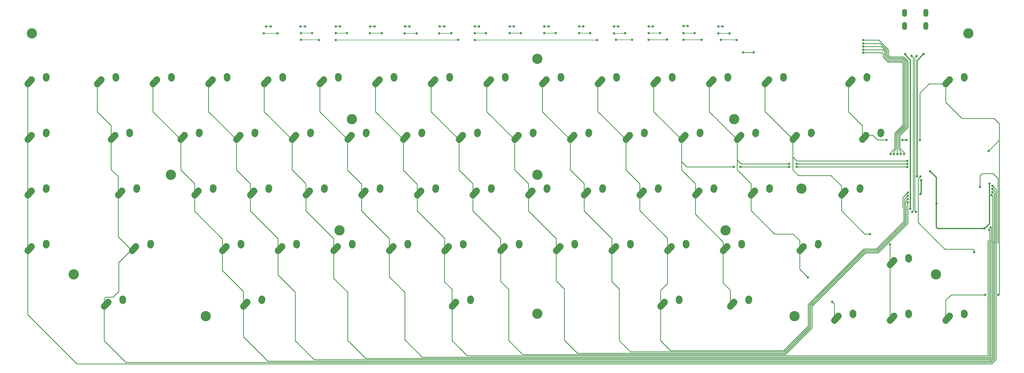
<source format=gtl>
G04 #@! TF.GenerationSoftware,KiCad,Pcbnew,(5.1.4)-1*
G04 #@! TF.CreationDate,2019-11-10T23:30:46-05:00*
G04 #@! TF.ProjectId,END67vOutFirst,454e4436-3776-44f7-9574-46697273742e,rev?*
G04 #@! TF.SameCoordinates,Original*
G04 #@! TF.FileFunction,Copper,L1,Top*
G04 #@! TF.FilePolarity,Positive*
%FSLAX46Y46*%
G04 Gerber Fmt 4.6, Leading zero omitted, Abs format (unit mm)*
G04 Created by KiCad (PCBNEW (5.1.4)-1) date 2019-11-10 23:30:46*
%MOMM*%
%LPD*%
G04 APERTURE LIST*
%ADD10C,3.500000*%
%ADD11C,2.250000*%
%ADD12C,2.250000*%
%ADD13O,1.700000X2.700000*%
%ADD14C,0.800000*%
%ADD15C,0.381000*%
%ADD16C,0.254000*%
%ADD17C,0.203200*%
G04 APERTURE END LIST*
D10*
X148971000Y-159575500D03*
X281178000Y-159543750D03*
X216693750Y-188118750D03*
X216693750Y-100806250D03*
X284162500Y-121443750D03*
X307181250Y-145256250D03*
X91281250Y-140493750D03*
X153193750Y-121443750D03*
X216693750Y-140493750D03*
X353218750Y-174625000D03*
X364331250Y-92075000D03*
X103187500Y-188912500D03*
X57943750Y-174625000D03*
X304800000Y-188912500D03*
X43656250Y-92075000D03*
D11*
X162600000Y-107918750D03*
X161945001Y-108648750D03*
D12*
X161290000Y-109378750D02*
X162600002Y-107918750D01*
D11*
X167640000Y-106838750D03*
X167620000Y-107128750D03*
D12*
X167600000Y-107418750D02*
X167640000Y-106838750D01*
D13*
X342425000Y-85026500D03*
X349725000Y-85026500D03*
X349725000Y-89526500D03*
X342425000Y-89526500D03*
D11*
X357862500Y-188881250D03*
X357207501Y-189611250D03*
D12*
X356552500Y-190341250D02*
X357862502Y-188881250D01*
D11*
X362902500Y-187801250D03*
X362882500Y-188091250D03*
D12*
X362862500Y-188381250D02*
X362902500Y-187801250D01*
D11*
X338812500Y-188881250D03*
X338157501Y-189611250D03*
D12*
X337502500Y-190341250D02*
X338812502Y-188881250D01*
D11*
X343852500Y-187801250D03*
X343832500Y-188091250D03*
D12*
X343812500Y-188381250D02*
X343852500Y-187801250D01*
D11*
X319762500Y-188881250D03*
X319107501Y-189611250D03*
D12*
X318452500Y-190341250D02*
X319762502Y-188881250D01*
D11*
X324802500Y-187801250D03*
X324782500Y-188091250D03*
D12*
X324762500Y-188381250D02*
X324802500Y-187801250D01*
D11*
X284043750Y-184118750D03*
X283388751Y-184848750D03*
D12*
X282733750Y-185578750D02*
X284043752Y-184118750D01*
D11*
X289083750Y-183038750D03*
X289063750Y-183328750D03*
D12*
X289043750Y-183618750D02*
X289083750Y-183038750D01*
D11*
X260231250Y-184118750D03*
X259576251Y-184848750D03*
D12*
X258921250Y-185578750D02*
X260231252Y-184118750D01*
D11*
X265271250Y-183038750D03*
X265251250Y-183328750D03*
D12*
X265231250Y-183618750D02*
X265271250Y-183038750D01*
D11*
X338812500Y-169831250D03*
X338157501Y-170561250D03*
D12*
X337502500Y-171291250D02*
X338812502Y-169831250D01*
D11*
X343852500Y-168751250D03*
X343832500Y-169041250D03*
D12*
X343812500Y-169331250D02*
X343852500Y-168751250D01*
D11*
X307856250Y-165068750D03*
X307201251Y-165798750D03*
D12*
X306546250Y-166528750D02*
X307856252Y-165068750D01*
D11*
X312896250Y-163988750D03*
X312876250Y-164278750D03*
D12*
X312856250Y-164568750D02*
X312896250Y-163988750D01*
D11*
X281662500Y-165068750D03*
X281007501Y-165798750D03*
D12*
X280352500Y-166528750D02*
X281662502Y-165068750D01*
D11*
X286702500Y-163988750D03*
X286682500Y-164278750D03*
D12*
X286662500Y-164568750D02*
X286702500Y-163988750D01*
D11*
X262612500Y-165068750D03*
X261957501Y-165798750D03*
D12*
X261302500Y-166528750D02*
X262612502Y-165068750D01*
D11*
X267652500Y-163988750D03*
X267632500Y-164278750D03*
D12*
X267612500Y-164568750D02*
X267652500Y-163988750D01*
D11*
X357862500Y-107918750D03*
X357207501Y-108648750D03*
D12*
X356552500Y-109378750D02*
X357862502Y-107918750D01*
D11*
X362902500Y-106838750D03*
X362882500Y-107128750D03*
D12*
X362862500Y-107418750D02*
X362902500Y-106838750D01*
D11*
X322143750Y-146018750D03*
X321488751Y-146748750D03*
D12*
X320833750Y-147478750D02*
X322143752Y-146018750D01*
D11*
X327183750Y-144938750D03*
X327163750Y-145228750D03*
D12*
X327143750Y-145518750D02*
X327183750Y-144938750D01*
D11*
X291187500Y-146018750D03*
X290532501Y-146748750D03*
D12*
X289877500Y-147478750D02*
X291187502Y-146018750D01*
D11*
X296227500Y-144938750D03*
X296207500Y-145228750D03*
D12*
X296187500Y-145518750D02*
X296227500Y-144938750D01*
D11*
X272137500Y-146018750D03*
X271482501Y-146748750D03*
D12*
X270827500Y-147478750D02*
X272137502Y-146018750D01*
D11*
X277177500Y-144938750D03*
X277157500Y-145228750D03*
D12*
X277137500Y-145518750D02*
X277177500Y-144938750D01*
D11*
X253087500Y-146018750D03*
X252432501Y-146748750D03*
D12*
X251777500Y-147478750D02*
X253087502Y-146018750D01*
D11*
X258127500Y-144938750D03*
X258107500Y-145228750D03*
D12*
X258087500Y-145518750D02*
X258127500Y-144938750D01*
D11*
X329287500Y-126968750D03*
X328632501Y-127698750D03*
D12*
X327977500Y-128428750D02*
X329287502Y-126968750D01*
D11*
X334327500Y-125888750D03*
X334307500Y-126178750D03*
D12*
X334287500Y-126468750D02*
X334327500Y-125888750D01*
D11*
X305475000Y-126968750D03*
X304820001Y-127698750D03*
D12*
X304165000Y-128428750D02*
X305475002Y-126968750D01*
D11*
X310515000Y-125888750D03*
X310495000Y-126178750D03*
D12*
X310475000Y-126468750D02*
X310515000Y-125888750D01*
D11*
X286425000Y-126968750D03*
X285770001Y-127698750D03*
D12*
X285115000Y-128428750D02*
X286425002Y-126968750D01*
D11*
X291465000Y-125888750D03*
X291445000Y-126178750D03*
D12*
X291425000Y-126468750D02*
X291465000Y-125888750D01*
D11*
X267375000Y-126968750D03*
X266720001Y-127698750D03*
D12*
X266065000Y-128428750D02*
X267375002Y-126968750D01*
D11*
X272415000Y-125888750D03*
X272395000Y-126178750D03*
D12*
X272375000Y-126468750D02*
X272415000Y-125888750D01*
D11*
X248325000Y-126968750D03*
X247670001Y-127698750D03*
D12*
X247015000Y-128428750D02*
X248325002Y-126968750D01*
D11*
X253365000Y-125888750D03*
X253345000Y-126178750D03*
D12*
X253325000Y-126468750D02*
X253365000Y-125888750D01*
D11*
X324525000Y-107918750D03*
X323870001Y-108648750D03*
D12*
X323215000Y-109378750D02*
X324525002Y-107918750D01*
D11*
X329565000Y-106838750D03*
X329545000Y-107128750D03*
D12*
X329525000Y-107418750D02*
X329565000Y-106838750D01*
D11*
X295950000Y-107918750D03*
X295295001Y-108648750D03*
D12*
X294640000Y-109378750D02*
X295950002Y-107918750D01*
D11*
X300990000Y-106838750D03*
X300970000Y-107128750D03*
D12*
X300950000Y-107418750D02*
X300990000Y-106838750D01*
D11*
X276900000Y-107918750D03*
X276245001Y-108648750D03*
D12*
X275590000Y-109378750D02*
X276900002Y-107918750D01*
D11*
X281940000Y-106838750D03*
X281920000Y-107128750D03*
D12*
X281900000Y-107418750D02*
X281940000Y-106838750D01*
D11*
X257850000Y-107918750D03*
X257195001Y-108648750D03*
D12*
X256540000Y-109378750D02*
X257850002Y-107918750D01*
D11*
X262890000Y-106838750D03*
X262870000Y-107128750D03*
D12*
X262850000Y-107418750D02*
X262890000Y-106838750D01*
D11*
X238800000Y-107918750D03*
X238145001Y-108648750D03*
D12*
X237490000Y-109378750D02*
X238800002Y-107918750D01*
D11*
X243840000Y-106838750D03*
X243820000Y-107128750D03*
D12*
X243800000Y-107418750D02*
X243840000Y-106838750D01*
D11*
X188793750Y-184118750D03*
X188138751Y-184848750D03*
D12*
X187483750Y-185578750D02*
X188793752Y-184118750D01*
D11*
X193833750Y-183038750D03*
X193813750Y-183328750D03*
D12*
X193793750Y-183618750D02*
X193833750Y-183038750D01*
D11*
X117356250Y-184118750D03*
X116701251Y-184848750D03*
D12*
X116046250Y-185578750D02*
X117356252Y-184118750D01*
D11*
X122396250Y-183038750D03*
X122376250Y-183328750D03*
D12*
X122356250Y-183618750D02*
X122396250Y-183038750D01*
D11*
X69731250Y-184118750D03*
X69076251Y-184848750D03*
D12*
X68421250Y-185578750D02*
X69731252Y-184118750D01*
D11*
X74771250Y-183038750D03*
X74751250Y-183328750D03*
D12*
X74731250Y-183618750D02*
X74771250Y-183038750D01*
D11*
X243562500Y-165068750D03*
X242907501Y-165798750D03*
D12*
X242252500Y-166528750D02*
X243562502Y-165068750D01*
D11*
X248602500Y-163988750D03*
X248582500Y-164278750D03*
D12*
X248562500Y-164568750D02*
X248602500Y-163988750D01*
D11*
X224512500Y-165068750D03*
X223857501Y-165798750D03*
D12*
X223202500Y-166528750D02*
X224512502Y-165068750D01*
D11*
X229552500Y-163988750D03*
X229532500Y-164278750D03*
D12*
X229512500Y-164568750D02*
X229552500Y-163988750D01*
D11*
X205462500Y-165068750D03*
X204807501Y-165798750D03*
D12*
X204152500Y-166528750D02*
X205462502Y-165068750D01*
D11*
X210502500Y-163988750D03*
X210482500Y-164278750D03*
D12*
X210462500Y-164568750D02*
X210502500Y-163988750D01*
D11*
X186298750Y-165082500D03*
X185643751Y-165812500D03*
D12*
X184988750Y-166542500D02*
X186298752Y-165082500D01*
D11*
X191338750Y-164002500D03*
X191318750Y-164292500D03*
D12*
X191298750Y-164582500D02*
X191338750Y-164002500D01*
D11*
X167362500Y-165068750D03*
X166707501Y-165798750D03*
D12*
X166052500Y-166528750D02*
X167362502Y-165068750D01*
D11*
X172402500Y-163988750D03*
X172382500Y-164278750D03*
D12*
X172362500Y-164568750D02*
X172402500Y-163988750D01*
D11*
X148312500Y-165068750D03*
X147657501Y-165798750D03*
D12*
X147002500Y-166528750D02*
X148312502Y-165068750D01*
D11*
X153352500Y-163988750D03*
X153332500Y-164278750D03*
D12*
X153312500Y-164568750D02*
X153352500Y-163988750D01*
D11*
X129262500Y-165068750D03*
X128607501Y-165798750D03*
D12*
X127952500Y-166528750D02*
X129262502Y-165068750D01*
D11*
X134302500Y-163988750D03*
X134282500Y-164278750D03*
D12*
X134262500Y-164568750D02*
X134302500Y-163988750D01*
D11*
X110212500Y-165068750D03*
X109557501Y-165798750D03*
D12*
X108902500Y-166528750D02*
X110212502Y-165068750D01*
D11*
X115252500Y-163988750D03*
X115232500Y-164278750D03*
D12*
X115212500Y-164568750D02*
X115252500Y-163988750D01*
D11*
X79256250Y-165068750D03*
X78601251Y-165798750D03*
D12*
X77946250Y-166528750D02*
X79256252Y-165068750D01*
D11*
X84296250Y-163988750D03*
X84276250Y-164278750D03*
D12*
X84256250Y-164568750D02*
X84296250Y-163988750D01*
D11*
X43537500Y-165068750D03*
X42882501Y-165798750D03*
D12*
X42227500Y-166528750D02*
X43537502Y-165068750D01*
D11*
X48577500Y-163988750D03*
X48557500Y-164278750D03*
D12*
X48537500Y-164568750D02*
X48577500Y-163988750D01*
D11*
X234037500Y-146018750D03*
X233382501Y-146748750D03*
D12*
X232727500Y-147478750D02*
X234037502Y-146018750D01*
D11*
X239077500Y-144938750D03*
X239057500Y-145228750D03*
D12*
X239037500Y-145518750D02*
X239077500Y-144938750D01*
D11*
X214987500Y-146018750D03*
X214332501Y-146748750D03*
D12*
X213677500Y-147478750D02*
X214987502Y-146018750D01*
D11*
X220027500Y-144938750D03*
X220007500Y-145228750D03*
D12*
X219987500Y-145518750D02*
X220027500Y-144938750D01*
D11*
X195937500Y-146018750D03*
X195282501Y-146748750D03*
D12*
X194627500Y-147478750D02*
X195937502Y-146018750D01*
D11*
X200977500Y-144938750D03*
X200957500Y-145228750D03*
D12*
X200937500Y-145518750D02*
X200977500Y-144938750D01*
D11*
X176887500Y-146018750D03*
X176232501Y-146748750D03*
D12*
X175577500Y-147478750D02*
X176887502Y-146018750D01*
D11*
X181927500Y-144938750D03*
X181907500Y-145228750D03*
D12*
X181887500Y-145518750D02*
X181927500Y-144938750D01*
D11*
X157837500Y-146018750D03*
X157182501Y-146748750D03*
D12*
X156527500Y-147478750D02*
X157837502Y-146018750D01*
D11*
X162877500Y-144938750D03*
X162857500Y-145228750D03*
D12*
X162837500Y-145518750D02*
X162877500Y-144938750D01*
D11*
X138787500Y-146018750D03*
X138132501Y-146748750D03*
D12*
X137477500Y-147478750D02*
X138787502Y-146018750D01*
D11*
X143827500Y-144938750D03*
X143807500Y-145228750D03*
D12*
X143787500Y-145518750D02*
X143827500Y-144938750D01*
D11*
X119737500Y-146018750D03*
X119082501Y-146748750D03*
D12*
X118427500Y-147478750D02*
X119737502Y-146018750D01*
D11*
X124777500Y-144938750D03*
X124757500Y-145228750D03*
D12*
X124737500Y-145518750D02*
X124777500Y-144938750D01*
D11*
X100687500Y-146018750D03*
X100032501Y-146748750D03*
D12*
X99377500Y-147478750D02*
X100687502Y-146018750D01*
D11*
X105727500Y-144938750D03*
X105707500Y-145228750D03*
D12*
X105687500Y-145518750D02*
X105727500Y-144938750D01*
D11*
X74493750Y-146018750D03*
X73838751Y-146748750D03*
D12*
X73183750Y-147478750D02*
X74493752Y-146018750D01*
D11*
X79533750Y-144938750D03*
X79513750Y-145228750D03*
D12*
X79493750Y-145518750D02*
X79533750Y-144938750D01*
D11*
X43537500Y-146018750D03*
X42882501Y-146748750D03*
D12*
X42227500Y-147478750D02*
X43537502Y-146018750D01*
D11*
X48577500Y-144938750D03*
X48557500Y-145228750D03*
D12*
X48537500Y-145518750D02*
X48577500Y-144938750D01*
D11*
X229275000Y-126968750D03*
X228620001Y-127698750D03*
D12*
X227965000Y-128428750D02*
X229275002Y-126968750D01*
D11*
X234315000Y-125888750D03*
X234295000Y-126178750D03*
D12*
X234275000Y-126468750D02*
X234315000Y-125888750D01*
D11*
X210225000Y-126968750D03*
X209570001Y-127698750D03*
D12*
X208915000Y-128428750D02*
X210225002Y-126968750D01*
D11*
X215265000Y-125888750D03*
X215245000Y-126178750D03*
D12*
X215225000Y-126468750D02*
X215265000Y-125888750D01*
D11*
X191175000Y-126968750D03*
X190520001Y-127698750D03*
D12*
X189865000Y-128428750D02*
X191175002Y-126968750D01*
D11*
X196215000Y-125888750D03*
X196195000Y-126178750D03*
D12*
X196175000Y-126468750D02*
X196215000Y-125888750D01*
D11*
X172125000Y-126968750D03*
X171470001Y-127698750D03*
D12*
X170815000Y-128428750D02*
X172125002Y-126968750D01*
D11*
X177165000Y-125888750D03*
X177145000Y-126178750D03*
D12*
X177125000Y-126468750D02*
X177165000Y-125888750D01*
D11*
X153075000Y-126968750D03*
X152420001Y-127698750D03*
D12*
X151765000Y-128428750D02*
X153075002Y-126968750D01*
D11*
X158115000Y-125888750D03*
X158095000Y-126178750D03*
D12*
X158075000Y-126468750D02*
X158115000Y-125888750D01*
D11*
X134025000Y-126968750D03*
X133370001Y-127698750D03*
D12*
X132715000Y-128428750D02*
X134025002Y-126968750D01*
D11*
X139065000Y-125888750D03*
X139045000Y-126178750D03*
D12*
X139025000Y-126468750D02*
X139065000Y-125888750D01*
D11*
X114975000Y-126968750D03*
X114320001Y-127698750D03*
D12*
X113665000Y-128428750D02*
X114975002Y-126968750D01*
D11*
X120015000Y-125888750D03*
X119995000Y-126178750D03*
D12*
X119975000Y-126468750D02*
X120015000Y-125888750D01*
D11*
X95925000Y-126968750D03*
X95270001Y-127698750D03*
D12*
X94615000Y-128428750D02*
X95925002Y-126968750D01*
D11*
X100965000Y-125888750D03*
X100945000Y-126178750D03*
D12*
X100925000Y-126468750D02*
X100965000Y-125888750D01*
D11*
X72112500Y-126968750D03*
X71457501Y-127698750D03*
D12*
X70802500Y-128428750D02*
X72112502Y-126968750D01*
D11*
X77152500Y-125888750D03*
X77132500Y-126178750D03*
D12*
X77112500Y-126468750D02*
X77152500Y-125888750D01*
D11*
X43537500Y-126968750D03*
X42882501Y-127698750D03*
D12*
X42227500Y-128428750D02*
X43537502Y-126968750D01*
D11*
X48577500Y-125888750D03*
X48557500Y-126178750D03*
D12*
X48537500Y-126468750D02*
X48577500Y-125888750D01*
D11*
X219750000Y-107918750D03*
X219095001Y-108648750D03*
D12*
X218440000Y-109378750D02*
X219750002Y-107918750D01*
D11*
X224790000Y-106838750D03*
X224770000Y-107128750D03*
D12*
X224750000Y-107418750D02*
X224790000Y-106838750D01*
D11*
X200700000Y-107918750D03*
X200045001Y-108648750D03*
D12*
X199390000Y-109378750D02*
X200700002Y-107918750D01*
D11*
X205740000Y-106838750D03*
X205720000Y-107128750D03*
D12*
X205700000Y-107418750D02*
X205740000Y-106838750D01*
D11*
X181650000Y-107918750D03*
X180995001Y-108648750D03*
D12*
X180340000Y-109378750D02*
X181650002Y-107918750D01*
D11*
X186690000Y-106838750D03*
X186670000Y-107128750D03*
D12*
X186650000Y-107418750D02*
X186690000Y-106838750D01*
D11*
X143550000Y-107918750D03*
X142895001Y-108648750D03*
D12*
X142240000Y-109378750D02*
X143550002Y-107918750D01*
D11*
X148590000Y-106838750D03*
X148570000Y-107128750D03*
D12*
X148550000Y-107418750D02*
X148590000Y-106838750D01*
D11*
X124500000Y-107918750D03*
X123845001Y-108648750D03*
D12*
X123190000Y-109378750D02*
X124500002Y-107918750D01*
D11*
X129540000Y-106838750D03*
X129520000Y-107128750D03*
D12*
X129500000Y-107418750D02*
X129540000Y-106838750D01*
D11*
X105450000Y-107918750D03*
X104795001Y-108648750D03*
D12*
X104140000Y-109378750D02*
X105450002Y-107918750D01*
D11*
X110490000Y-106838750D03*
X110470000Y-107128750D03*
D12*
X110450000Y-107418750D02*
X110490000Y-106838750D01*
D11*
X86400000Y-107918750D03*
X85745001Y-108648750D03*
D12*
X85090000Y-109378750D02*
X86400002Y-107918750D01*
D11*
X91440000Y-106838750D03*
X91420000Y-107128750D03*
D12*
X91400000Y-107418750D02*
X91440000Y-106838750D01*
D11*
X67350000Y-107918750D03*
X66695001Y-108648750D03*
D12*
X66040000Y-109378750D02*
X67350002Y-107918750D01*
D11*
X72390000Y-106838750D03*
X72370000Y-107128750D03*
D12*
X72350000Y-107418750D02*
X72390000Y-106838750D01*
D11*
X43537500Y-107918750D03*
X42882501Y-108648750D03*
D12*
X42227500Y-109378750D02*
X43537502Y-107918750D01*
D11*
X48577500Y-106838750D03*
X48557500Y-107128750D03*
D12*
X48537500Y-107418750D02*
X48577500Y-106838750D01*
D14*
X348996000Y-99060000D03*
X346710000Y-140970000D03*
X348107000Y-142367000D03*
X347853000Y-147066000D03*
X351155000Y-139319000D03*
X353406105Y-150295095D03*
X369824000Y-158877000D03*
X342646000Y-99187000D03*
X344424000Y-152146000D03*
X371475000Y-143510000D03*
X328295000Y-94361000D03*
X342265000Y-133413500D03*
X328295000Y-95504000D03*
X341122000Y-133413500D03*
X123891750Y-89662000D03*
X125476000Y-89662000D03*
X135636000Y-89662000D03*
X137252000Y-89662000D03*
X147704250Y-89662000D03*
X149158250Y-89662000D03*
X159512000Y-89662000D03*
X161064500Y-89662000D03*
X171450000Y-89662000D03*
X172970750Y-89662000D03*
X183261000Y-89662000D03*
X184877000Y-89662000D03*
X195326000Y-89662000D03*
X196783250Y-89662000D03*
X207235500Y-89662000D03*
X208689500Y-89662000D03*
X219075000Y-89662000D03*
X220595750Y-89662000D03*
X231048000Y-89662000D03*
X232502000Y-89662000D03*
X242954250Y-89662000D03*
X244408250Y-89662000D03*
X254860500Y-89662000D03*
X256314500Y-89662000D03*
X266766750Y-89535000D03*
X268220750Y-89535000D03*
X278673000Y-89662000D03*
X280127000Y-89662000D03*
X328295000Y-96520000D03*
X339979000Y-133413500D03*
X123063000Y-92075000D03*
X127727000Y-92075000D03*
X135798000Y-91948000D03*
X139633250Y-91948000D03*
X147704250Y-91948000D03*
X151539500Y-91948000D03*
X159428308Y-91991308D03*
X163445750Y-91948000D03*
X171286933Y-92038933D03*
X175387000Y-92075000D03*
X183114308Y-92055308D03*
X187258250Y-91948000D03*
X195329250Y-91948000D03*
X199164500Y-91948000D03*
X207235500Y-91948000D03*
X211070750Y-91948000D03*
X219141750Y-91948000D03*
X222977000Y-91948000D03*
X231048000Y-91948000D03*
X234883250Y-91948000D03*
X242954250Y-92028672D03*
X246789500Y-91948000D03*
X254860500Y-91948000D03*
X258695750Y-91948000D03*
X266766750Y-91948000D03*
X270602000Y-91948000D03*
X278673000Y-92075000D03*
X282508250Y-92075000D03*
X328295000Y-97663000D03*
X338836000Y-133413500D03*
X135798000Y-94234000D03*
X142014500Y-94361000D03*
X147704250Y-94361000D03*
X189639500Y-94234000D03*
X195326000Y-94361000D03*
X237264500Y-94361000D03*
X243621000Y-94234000D03*
X249170750Y-94234000D03*
X254860500Y-94234000D03*
X261077000Y-94216085D03*
X266766750Y-94234000D03*
X272983250Y-94233218D03*
X279580899Y-94307101D03*
X284988000Y-94361000D03*
X328295000Y-98679000D03*
X337693000Y-133413500D03*
X287147000Y-98552000D03*
X290830000Y-98552000D03*
X368300000Y-144681500D03*
X372491000Y-144272000D03*
X372548433Y-145357567D03*
X372491000Y-146431000D03*
X372265500Y-147447000D03*
X371891000Y-158496000D03*
X371428834Y-159401742D03*
X343535000Y-149987000D03*
X343535000Y-148844000D03*
X343535000Y-147701000D03*
X343535000Y-146558000D03*
X283972000Y-137795000D03*
X286258000Y-137795000D03*
X302895000Y-137795000D03*
X305562000Y-137795000D03*
X343408000Y-137795000D03*
X302895000Y-136779000D03*
X305562000Y-136779000D03*
X343408000Y-136779000D03*
X309372000Y-175641000D03*
X317692677Y-184055507D03*
X343408000Y-135763000D03*
X330581000Y-160782000D03*
X337502500Y-164401500D03*
X343154000Y-128524000D03*
X347726000Y-128524000D03*
X371221000Y-132334000D03*
X374523000Y-181610000D03*
X370078000Y-181610000D03*
X341699999Y-128524000D03*
X336296000Y-128524000D03*
X366268000Y-167005000D03*
X347853000Y-141097000D03*
X346583000Y-99822000D03*
X346329000Y-153162000D03*
X344832979Y-99798242D03*
X345059000Y-153162000D03*
D15*
X348996000Y-99060000D02*
X348596001Y-99459999D01*
X348596001Y-99459999D02*
X346837000Y-101219000D01*
X346837000Y-101219000D02*
X346710000Y-101346000D01*
X346710000Y-101346000D02*
X346710000Y-112014000D01*
X346710000Y-112014000D02*
X346710000Y-136525000D01*
X346710000Y-136525000D02*
X346710000Y-140970000D01*
X348107000Y-142367000D02*
X348107000Y-146812000D01*
X348107000Y-146812000D02*
X347853000Y-147066000D01*
X351554999Y-139718999D02*
X351681999Y-139718999D01*
X351155000Y-139319000D02*
X351554999Y-139718999D01*
X351681999Y-139718999D02*
X353314000Y-141351000D01*
X353314000Y-158369000D02*
X353822000Y-158877000D01*
X353822000Y-158877000D02*
X369824000Y-158877000D01*
X353314000Y-150241000D02*
X353314000Y-158369000D01*
X353314000Y-141351000D02*
X353314000Y-150241000D01*
X353314000Y-150241000D02*
X353352010Y-150241000D01*
X353352010Y-150241000D02*
X353406105Y-150295095D01*
X343045999Y-99586999D02*
X343045999Y-99840999D01*
X342646000Y-99187000D02*
X343045999Y-99586999D01*
X343045999Y-99840999D02*
X344424000Y-101219000D01*
X344424000Y-101219000D02*
X344424000Y-151130000D01*
X344424000Y-151130000D02*
X344424000Y-152146000D01*
X371475000Y-144075685D02*
X371475000Y-157226000D01*
X371475000Y-143510000D02*
X371475000Y-144075685D01*
X369824000Y-158877000D02*
X371475000Y-157226000D01*
D16*
X328295000Y-94361000D02*
X328860685Y-94361000D01*
X328860685Y-94361000D02*
X333629000Y-94361000D01*
X333629000Y-94361000D02*
X336931000Y-97663000D01*
X336931000Y-97663000D02*
X336931000Y-98806000D01*
X336931000Y-98806000D02*
X336931000Y-99441000D01*
X336931000Y-99441000D02*
X337566000Y-100076000D01*
X337566000Y-100076000D02*
X341630000Y-100076000D01*
X341630000Y-100076000D02*
X342138000Y-100076000D01*
X342138000Y-100076000D02*
X343662000Y-101600000D01*
X343662000Y-101600000D02*
X343662000Y-103759000D01*
X343662000Y-103759000D02*
X343662000Y-114935000D01*
X343662000Y-114935000D02*
X343662000Y-124206000D01*
X343662000Y-124206000D02*
X340868000Y-127000000D01*
X340868000Y-127000000D02*
X340868000Y-129667000D01*
X340868000Y-131437934D02*
X342265000Y-132834934D01*
X340868000Y-129667000D02*
X340868000Y-131437934D01*
X342265000Y-132834934D02*
X342265000Y-133413500D01*
X328295000Y-95504000D02*
X334129934Y-95504000D01*
X334129934Y-95504000D02*
X336476990Y-97851056D01*
X336476990Y-97851056D02*
X336476990Y-98552000D01*
X336476990Y-99629057D02*
X337377943Y-100530010D01*
X336476990Y-98552000D02*
X336476990Y-99629057D01*
X337377943Y-100530010D02*
X341376000Y-100530010D01*
X341376000Y-100530010D02*
X341949944Y-100530010D01*
X341949944Y-100530010D02*
X343207990Y-101788056D01*
X343207990Y-101788056D02*
X343207990Y-103124000D01*
X343207990Y-103124000D02*
X343207990Y-114746943D01*
X343207990Y-114746943D02*
X343207990Y-124017944D01*
X343207990Y-124017944D02*
X340413990Y-126811943D01*
X340413990Y-126811943D02*
X340413990Y-129159000D01*
X340413990Y-129159000D02*
X340413990Y-131625990D01*
X340413990Y-131625990D02*
X341122000Y-132334000D01*
X341122000Y-132334000D02*
X341122000Y-133413500D01*
D17*
X123891750Y-89662000D02*
X125476000Y-89662000D01*
X135636000Y-89662000D02*
X136201685Y-89662000D01*
X136201685Y-89662000D02*
X137252000Y-89662000D01*
X147704250Y-89662000D02*
X149158250Y-89662000D01*
X159512000Y-89662000D02*
X161064500Y-89662000D01*
X171450000Y-89662000D02*
X172970750Y-89662000D01*
X183261000Y-89662000D02*
X183826685Y-89662000D01*
X183826685Y-89662000D02*
X184877000Y-89662000D01*
X195326000Y-89662000D02*
X196783250Y-89662000D01*
X207235500Y-89662000D02*
X208689500Y-89662000D01*
X219075000Y-89662000D02*
X220595750Y-89662000D01*
X231048000Y-89662000D02*
X232502000Y-89662000D01*
X242954250Y-89662000D02*
X244408250Y-89662000D01*
X254860500Y-89662000D02*
X256314500Y-89662000D01*
X266766750Y-89535000D02*
X268220750Y-89535000D01*
X278673000Y-89662000D02*
X280127000Y-89662000D01*
D16*
X334503868Y-96520000D02*
X328295000Y-96520000D01*
X336022980Y-98039112D02*
X334503868Y-96520000D01*
X337189886Y-100984020D02*
X336022980Y-99817114D01*
X339959980Y-129347057D02*
X339959980Y-126623886D01*
X336022980Y-99817114D02*
X336022980Y-98039112D01*
X339959980Y-126623886D02*
X340472868Y-126111000D01*
X340472868Y-126111000D02*
X342753980Y-123829888D01*
X342753980Y-123829888D02*
X342753980Y-101976112D01*
X342753980Y-101976112D02*
X341761888Y-100984020D01*
X341761888Y-100984020D02*
X337189886Y-100984020D01*
X339959980Y-129347057D02*
X339959980Y-133394480D01*
X339959980Y-133394480D02*
X339979000Y-133413500D01*
D17*
X123063000Y-92075000D02*
X127727000Y-92075000D01*
X135798000Y-91948000D02*
X139633250Y-91948000D01*
X147704250Y-91948000D02*
X151539500Y-91948000D01*
X159428308Y-91991308D02*
X163402442Y-91991308D01*
X163402442Y-91991308D02*
X163445750Y-91948000D01*
X171286933Y-92038933D02*
X175350933Y-92038933D01*
X175350933Y-92038933D02*
X175387000Y-92075000D01*
X183114308Y-92055308D02*
X187150942Y-92055308D01*
X187150942Y-92055308D02*
X187258250Y-91948000D01*
X195329250Y-91948000D02*
X199164500Y-91948000D01*
X207235500Y-91948000D02*
X211070750Y-91948000D01*
X219141750Y-91948000D02*
X222977000Y-91948000D01*
X231048000Y-91948000D02*
X234883250Y-91948000D01*
X242954250Y-92028672D02*
X246708828Y-92028672D01*
X246708828Y-92028672D02*
X246789500Y-91948000D01*
X254860500Y-91948000D02*
X258695750Y-91948000D01*
X266766750Y-91948000D02*
X270602000Y-91948000D01*
X278673000Y-92075000D02*
X282508250Y-92075000D01*
D16*
X328295000Y-97663000D02*
X335004802Y-97663000D01*
X335004802Y-97663000D02*
X335396401Y-98054599D01*
X335396401Y-98054599D02*
X335568970Y-98227168D01*
X335568970Y-100005171D02*
X337001829Y-101438030D01*
X335568970Y-98227168D02*
X335568970Y-100005171D01*
X337001829Y-101438030D02*
X340487000Y-101438030D01*
X340487000Y-101438030D02*
X341573832Y-101438030D01*
X341573832Y-101438030D02*
X342299970Y-102164168D01*
X342299970Y-102164168D02*
X342299970Y-102743000D01*
X342299970Y-102743000D02*
X342299970Y-123641832D01*
X342299970Y-123641832D02*
X340846802Y-125095000D01*
X340846802Y-125095000D02*
X339505970Y-126435829D01*
X339505970Y-126435829D02*
X339505970Y-128524000D01*
X339505970Y-131671097D02*
X339240016Y-131937050D01*
X339505970Y-128524000D02*
X339505970Y-131671097D01*
X339240016Y-131937050D02*
X338836000Y-132341066D01*
X338836000Y-132341066D02*
X338836000Y-133413500D01*
D17*
X135798000Y-94234000D02*
X141887500Y-94234000D01*
X141887500Y-94234000D02*
X142014500Y-94361000D01*
X147704250Y-94361000D02*
X189512500Y-94361000D01*
X189512500Y-94361000D02*
X189639500Y-94234000D01*
X195326000Y-94361000D02*
X237264500Y-94361000D01*
X243621000Y-94234000D02*
X249170750Y-94234000D01*
X254860500Y-94234000D02*
X261059085Y-94234000D01*
X261059085Y-94234000D02*
X261077000Y-94216085D01*
X266766750Y-94234000D02*
X272982468Y-94234000D01*
X272982468Y-94234000D02*
X272983250Y-94233218D01*
X279580899Y-94307101D02*
X284934101Y-94307101D01*
X284934101Y-94307101D02*
X284988000Y-94361000D01*
D16*
X328295000Y-98679000D02*
X328860685Y-98679000D01*
X335026000Y-98679000D02*
X335114960Y-98767960D01*
X328860685Y-98679000D02*
X335026000Y-98679000D01*
X335114960Y-100193228D02*
X336813772Y-101892040D01*
X335114960Y-98767960D02*
X335114960Y-100193228D01*
X336813772Y-101892040D02*
X338963000Y-101892040D01*
X338963000Y-101892040D02*
X340298943Y-101892040D01*
X340298943Y-101892040D02*
X341385776Y-101892040D01*
X341385776Y-101892040D02*
X341845960Y-102352224D01*
X341845960Y-102352224D02*
X341845960Y-102743000D01*
X341845960Y-102743000D02*
X341845960Y-123453776D01*
X341845960Y-123453776D02*
X340658745Y-124640991D01*
X340658745Y-124640991D02*
X339051960Y-126247772D01*
X339051960Y-126247772D02*
X339051960Y-127762000D01*
X339051960Y-127762000D02*
X339051960Y-131483040D01*
X339051960Y-131483040D02*
X337883500Y-132651500D01*
X337883500Y-132651500D02*
X337693000Y-132842000D01*
X337693000Y-132842000D02*
X337693000Y-133413500D01*
X287147000Y-98552000D02*
X290830000Y-98552000D01*
X42227500Y-109378750D02*
X42227500Y-128428750D01*
X42227500Y-128428750D02*
X42227500Y-147478750D01*
X42227500Y-147478750D02*
X42227500Y-166528750D01*
X42227500Y-166528750D02*
X42227500Y-188404500D01*
X42227500Y-188404500D02*
X59055000Y-205232000D01*
X59055000Y-205232000D02*
X105791000Y-205232000D01*
X105791000Y-205232000D02*
X147701000Y-205232000D01*
X147701000Y-205232000D02*
X175006000Y-205232000D01*
X175006000Y-205232000D02*
X225679000Y-205232000D01*
X225679000Y-205232000D02*
X272796000Y-205232000D01*
X272796000Y-205232000D02*
X279527000Y-205232000D01*
X279527000Y-205232000D02*
X372110000Y-205232000D01*
X372110000Y-205232000D02*
X372237000Y-205232000D01*
X372237000Y-205232000D02*
X373761000Y-203708000D01*
X373761000Y-203708000D02*
X373761000Y-193548000D01*
X373761000Y-193548000D02*
X373761000Y-164973000D01*
X373761000Y-164338000D02*
X374449990Y-163649010D01*
X373761000Y-164973000D02*
X373761000Y-164338000D01*
X374449990Y-163649010D02*
X374449990Y-145468990D01*
X374449990Y-145468990D02*
X374449990Y-141785990D01*
X374449990Y-141785990D02*
X372745000Y-140081000D01*
X372745000Y-140081000D02*
X369062000Y-140081000D01*
X369062000Y-140081000D02*
X368300000Y-140843000D01*
X368300000Y-140843000D02*
X368300000Y-144681500D01*
X73183750Y-161766250D02*
X77946250Y-166528750D01*
X73183750Y-147478750D02*
X73183750Y-161766250D01*
X77437288Y-166528750D02*
X73406000Y-170560038D01*
X77946250Y-166528750D02*
X77437288Y-166528750D01*
X73406000Y-180444000D02*
X71478000Y-182372000D01*
X73406000Y-170560038D02*
X73406000Y-180444000D01*
X71478000Y-182372000D02*
X68961000Y-182372000D01*
X68421250Y-182911750D02*
X68421250Y-185578750D01*
X68961000Y-182372000D02*
X68421250Y-182911750D01*
X70802500Y-128428750D02*
X70802500Y-138747500D01*
X73183750Y-141128750D02*
X73183750Y-147478750D01*
X70802500Y-138747500D02*
X73183750Y-141128750D01*
X70802500Y-123634500D02*
X70802500Y-128428750D01*
X66040000Y-109378750D02*
X66040000Y-118872000D01*
X66040000Y-118872000D02*
X70802500Y-123634500D01*
X75872990Y-204777990D02*
X105602943Y-204777990D01*
X68421250Y-185578750D02*
X68421250Y-197326250D01*
X68421250Y-197326250D02*
X75872990Y-204777990D01*
X105602943Y-204777990D02*
X146431000Y-204777990D01*
X146431000Y-204777990D02*
X147512943Y-204777990D01*
X147512943Y-204777990D02*
X174752000Y-204777990D01*
X174752000Y-204777990D02*
X225490943Y-204777990D01*
X225490943Y-204777990D02*
X269440010Y-204777990D01*
X269440010Y-204777990D02*
X272607943Y-204777990D01*
X272607943Y-204777990D02*
X279273000Y-204777990D01*
X279273000Y-204777990D02*
X371921944Y-204777990D01*
X371921944Y-204777990D02*
X371929010Y-204777990D01*
X371929010Y-204777990D02*
X372048944Y-204777990D01*
X372048944Y-204777990D02*
X373185967Y-203640967D01*
X373185967Y-203640967D02*
X373306990Y-203519944D01*
X373306990Y-203519944D02*
X373306990Y-202819000D01*
X373306990Y-202819000D02*
X373306990Y-194183000D01*
X373306990Y-194183000D02*
X373306990Y-193736057D01*
X373306990Y-193736057D02*
X373306990Y-165481000D01*
X373306990Y-164149943D02*
X373572944Y-163883990D01*
X373306990Y-165481000D02*
X373306990Y-164149943D01*
X373572944Y-163883990D02*
X373995980Y-163460954D01*
X373995980Y-163460954D02*
X373995980Y-146685000D01*
X373995980Y-146685000D02*
X373995980Y-146177000D01*
X373995980Y-146177000D02*
X373995980Y-145776980D01*
X373995980Y-145776980D02*
X372491000Y-144272000D01*
X94615000Y-128428750D02*
X94615000Y-138811000D01*
X99377500Y-143573500D02*
X99377500Y-147478750D01*
X99377500Y-147478750D02*
X99377500Y-152971500D01*
X108902500Y-162496500D02*
X108902500Y-166528750D01*
X99377500Y-152971500D02*
X108902500Y-162496500D01*
X108902500Y-166528750D02*
X108902500Y-173291500D01*
X116046250Y-180435250D02*
X116046250Y-185578750D01*
X108902500Y-173291500D02*
X116046250Y-180435250D01*
X94615000Y-138811000D02*
X99377500Y-143573500D01*
X85090000Y-118903750D02*
X94615000Y-128428750D01*
X85090000Y-109378750D02*
X85090000Y-118903750D01*
X116046250Y-194278250D02*
X116046250Y-185578750D01*
X116046250Y-195929250D02*
X116046250Y-194278250D01*
X124440980Y-204323980D02*
X116046250Y-195929250D01*
X371860888Y-204323980D02*
X124440980Y-204323980D01*
X372852980Y-203331888D02*
X371860888Y-204323980D01*
X372852980Y-193994943D02*
X372852980Y-203331888D01*
X372852980Y-193994943D02*
X372852980Y-193924114D01*
X372852980Y-193924114D02*
X372852980Y-165862000D01*
X372852982Y-163961885D02*
X373541970Y-163272897D01*
X372852980Y-165862000D02*
X372852980Y-164337999D01*
X372852980Y-164337999D02*
X372852982Y-163961885D01*
X373541970Y-163272897D02*
X373541970Y-146685000D01*
X373541970Y-146685000D02*
X373541970Y-146351104D01*
X373541970Y-146351104D02*
X372548433Y-145357567D01*
X118427500Y-147478750D02*
X118427500Y-152844500D01*
X127952500Y-162369500D02*
X127952500Y-166528750D01*
X118427500Y-152844500D02*
X127952500Y-162369500D01*
X113665000Y-128428750D02*
X113665000Y-138811000D01*
X118427500Y-143573500D02*
X118427500Y-147478750D01*
X113665000Y-138811000D02*
X118427500Y-143573500D01*
X104140000Y-118903750D02*
X113665000Y-128428750D01*
X104140000Y-109378750D02*
X104140000Y-118903750D01*
X127952500Y-166528750D02*
X127952500Y-174815500D01*
X127952500Y-174815500D02*
X133858000Y-180721000D01*
X133858000Y-197358000D02*
X140369970Y-203869970D01*
X133858000Y-180721000D02*
X133858000Y-197358000D01*
X140369970Y-203869970D02*
X147136829Y-203869970D01*
X172304030Y-203869970D02*
X257140030Y-203869970D01*
X172304030Y-203869970D02*
X172466000Y-203869970D01*
X147136829Y-203869970D02*
X172304030Y-203869970D01*
X257140030Y-203869970D02*
X272231829Y-203869970D01*
X272231829Y-203869970D02*
X277495000Y-203869970D01*
X277495000Y-203869970D02*
X371545832Y-203869970D01*
X371545832Y-203869970D02*
X371672832Y-203869970D01*
X371672832Y-203869970D02*
X372398970Y-203143832D01*
X372398970Y-203143832D02*
X372398970Y-194691000D01*
X372398970Y-194691000D02*
X372398970Y-194112171D01*
X372398970Y-194112171D02*
X372398970Y-167132000D01*
X372398970Y-163773831D02*
X372398973Y-163773828D01*
X372398970Y-167132000D02*
X372398970Y-163773831D01*
X372398973Y-163773828D02*
X373087960Y-163084841D01*
X373087960Y-163084841D02*
X373087960Y-155194000D01*
X373087960Y-155194000D02*
X373087960Y-147320000D01*
X373087960Y-147320000D02*
X373087960Y-147027960D01*
X373087960Y-147027960D02*
X372491000Y-146431000D01*
X137477500Y-147478750D02*
X137477500Y-152844500D01*
X147002500Y-162369500D02*
X147002500Y-162623500D01*
X137477500Y-152844500D02*
X147002500Y-162369500D01*
X147002500Y-162623500D02*
X147002500Y-166528750D01*
X132715000Y-138811000D02*
X137477500Y-143573500D01*
X132715000Y-128428750D02*
X132715000Y-138811000D01*
X137477500Y-143573500D02*
X137477500Y-147478750D01*
X123190000Y-118903750D02*
X132715000Y-128428750D01*
X123190000Y-109378750D02*
X123190000Y-118903750D01*
X147002500Y-166528750D02*
X147002500Y-175958500D01*
X147002500Y-175958500D02*
X151765000Y-180721000D01*
X151765000Y-180721000D02*
X151765000Y-196215000D01*
X151765000Y-196215000D02*
X151765000Y-197104000D01*
X151765000Y-197231000D02*
X157861000Y-203327000D01*
X151765000Y-197104000D02*
X151765000Y-197231000D01*
X157861000Y-203327000D02*
X157949960Y-203415960D01*
X171869040Y-203415960D02*
X255866960Y-203415960D01*
X171869040Y-203415960D02*
X172085000Y-203415960D01*
X157949960Y-203415960D02*
X171869040Y-203415960D01*
X255866960Y-203415960D02*
X272043772Y-203415960D01*
X272043772Y-203415960D02*
X276606000Y-203415960D01*
X276606000Y-203415960D02*
X277306943Y-203415960D01*
X277306943Y-203415960D02*
X371094000Y-203415960D01*
X371094000Y-203415960D02*
X371357776Y-203415960D01*
X371357776Y-203415960D02*
X371475000Y-203415960D01*
X371475000Y-203415960D02*
X371484776Y-203415960D01*
X371484776Y-203415960D02*
X371944960Y-202955776D01*
X371944960Y-202955776D02*
X371944960Y-195072000D01*
X371944960Y-195072000D02*
X371944960Y-194300228D01*
X371944960Y-194300228D02*
X371944960Y-168148000D01*
X371944960Y-163585774D02*
X372618000Y-162912734D01*
X371944960Y-168148000D02*
X371944960Y-163585774D01*
X372618000Y-162912734D02*
X372618000Y-147955000D01*
X372618000Y-147955000D02*
X372618000Y-147799500D01*
X372618000Y-147799500D02*
X372265500Y-147447000D01*
X156527500Y-147478750D02*
X156527500Y-152844500D01*
X156527500Y-152844500D02*
X166052500Y-162369500D01*
X166052500Y-162242500D02*
X166052500Y-162369500D01*
X166052500Y-162369500D02*
X166052500Y-166528750D01*
X156527500Y-143573500D02*
X156527500Y-143700500D01*
X151697001Y-128496749D02*
X151697001Y-138743001D01*
X151765000Y-128428750D02*
X151697001Y-128496749D01*
X151697001Y-138743001D02*
X151697001Y-138870001D01*
X156527500Y-143700500D02*
X156527500Y-143827500D01*
X151697001Y-138870001D02*
X156527500Y-143700500D01*
X156527500Y-143827500D02*
X156527500Y-147478750D01*
X142240000Y-118903750D02*
X151765000Y-128428750D01*
X142240000Y-109378750D02*
X142240000Y-118903750D01*
X166052500Y-166528750D02*
X166052500Y-175450500D01*
X166052500Y-175450500D02*
X171323000Y-180721000D01*
X171323000Y-180721000D02*
X171323000Y-196723000D01*
X171323000Y-196723000D02*
X171323000Y-196977000D01*
X171323000Y-196977000D02*
X177307950Y-202961950D01*
X254619050Y-202961950D02*
X271855715Y-202961950D01*
X254619050Y-202961950D02*
X254746050Y-202961950D01*
X177307950Y-202961950D02*
X254619050Y-202961950D01*
X271855715Y-202961950D02*
X275844000Y-202961950D01*
X275844000Y-202961950D02*
X358732963Y-202961950D01*
X358732963Y-202961950D02*
X369443000Y-202961950D01*
X369443000Y-202961950D02*
X371169720Y-202961950D01*
X371169720Y-202961950D02*
X371296720Y-202961950D01*
X371296720Y-202961950D02*
X371490950Y-202767720D01*
X371490950Y-202767720D02*
X371490950Y-201930000D01*
X371490950Y-195214950D02*
X371490950Y-194488285D01*
X371490950Y-195214950D02*
X371490950Y-195072000D01*
X371490950Y-201930000D02*
X371490950Y-195214950D01*
X371490950Y-194488285D02*
X371490950Y-168910000D01*
X371490950Y-163397717D02*
X371756903Y-163131764D01*
X371490950Y-168910000D02*
X371490950Y-163397717D01*
X371756903Y-163131764D02*
X372155834Y-162732834D01*
X372155834Y-162732834D02*
X372163990Y-162724678D01*
X372155834Y-162732834D02*
X372155834Y-158922834D01*
X372155834Y-158922834D02*
X372155834Y-158760834D01*
X372155834Y-158760834D02*
X371891000Y-158496000D01*
X161290000Y-118903750D02*
X170815000Y-128428750D01*
X161290000Y-109378750D02*
X161290000Y-118903750D01*
X175577500Y-143700500D02*
X175577500Y-147478750D01*
X170815000Y-128428750D02*
X170815000Y-138938000D01*
X170815000Y-138938000D02*
X175577500Y-143700500D01*
X175577500Y-147478750D02*
X175577500Y-152844500D01*
X184988750Y-162255750D02*
X184988750Y-166542500D01*
X175577500Y-152844500D02*
X184988750Y-162255750D01*
X184920751Y-166610499D02*
X184920751Y-177173751D01*
X184988750Y-166542500D02*
X184920751Y-166610499D01*
X187483750Y-179736750D02*
X187483750Y-185578750D01*
X184920751Y-177173751D02*
X187483750Y-179736750D01*
X187483750Y-185578750D02*
X187483750Y-197262750D01*
X187483750Y-197262750D02*
X190500000Y-200279000D01*
X190500000Y-200279000D02*
X192728940Y-202507940D01*
X192728940Y-202507940D02*
X227965000Y-202507940D01*
X227965000Y-202507940D02*
X253492000Y-202507940D01*
X253492000Y-202507940D02*
X271667658Y-202507940D01*
X271667658Y-202507940D02*
X274701000Y-202507940D01*
X274701000Y-202507940D02*
X369254943Y-202507940D01*
X369254943Y-202507940D02*
X370981663Y-202507940D01*
X371036940Y-202495060D02*
X371036940Y-202118057D01*
X370981663Y-202507940D02*
X371024060Y-202507940D01*
X371024060Y-202507940D02*
X371036940Y-202495060D01*
X371036940Y-202118057D02*
X371036940Y-194676342D01*
X371036940Y-194676342D02*
X371036940Y-190500000D01*
X371036940Y-190500000D02*
X371036940Y-182626000D01*
X371036940Y-182626000D02*
X371036940Y-170561000D01*
X371036940Y-163209660D02*
X371568846Y-162677755D01*
X371036940Y-170561000D02*
X371036940Y-163209660D01*
X371568846Y-162677755D02*
X371701824Y-162544777D01*
X371701824Y-162544777D02*
X371701824Y-161671000D01*
X371701824Y-161671000D02*
X371701824Y-159674732D01*
X371701824Y-159674732D02*
X371428834Y-159401742D01*
X180340000Y-118903750D02*
X189865000Y-128428750D01*
X180340000Y-109378750D02*
X180340000Y-118903750D01*
X189865000Y-128428750D02*
X189865000Y-138811000D01*
X194627500Y-143573500D02*
X194627500Y-147478750D01*
X189865000Y-138811000D02*
X194627500Y-143573500D01*
X204152500Y-162369500D02*
X204152500Y-166528750D01*
X194627500Y-147478750D02*
X194627500Y-152844500D01*
X194627500Y-152844500D02*
X204152500Y-162369500D01*
X204084501Y-166596749D02*
X204084501Y-176906501D01*
X204152500Y-166528750D02*
X204084501Y-166596749D01*
X204084501Y-176906501D02*
X206756000Y-179578000D01*
X206756000Y-179578000D02*
X206883000Y-179705000D01*
X206883000Y-179705000D02*
X206883000Y-197231000D01*
X206883000Y-197231000D02*
X211328000Y-201676000D01*
X211328000Y-201676000D02*
X211705930Y-202053930D01*
X211705930Y-202053930D02*
X227776943Y-202053930D01*
X227776943Y-202053930D02*
X253111000Y-202053930D01*
X253111000Y-202053930D02*
X271479601Y-202053930D01*
X271479601Y-202053930D02*
X273431000Y-202053930D01*
X273431000Y-202053930D02*
X301628070Y-202053930D01*
X301628070Y-202053930D02*
X310769000Y-192913000D01*
X310769000Y-192913000D02*
X310769000Y-185547000D01*
X310769000Y-185547000D02*
X313817000Y-182499000D01*
X313817000Y-182499000D02*
X329057000Y-167259000D01*
X329057000Y-167259000D02*
X333375000Y-167259000D01*
X333375000Y-167259000D02*
X340106000Y-160528000D01*
X340106000Y-160528000D02*
X343281000Y-157353000D01*
X343281000Y-157353000D02*
X343535000Y-157099000D01*
X343535000Y-157099000D02*
X343535000Y-149987000D01*
X199390000Y-118903750D02*
X208915000Y-128428750D01*
X199390000Y-109378750D02*
X199390000Y-118903750D01*
X208915000Y-128428750D02*
X208915000Y-138811000D01*
X213677500Y-143573500D02*
X213677500Y-147478750D01*
X208915000Y-138811000D02*
X213677500Y-143573500D01*
X213677500Y-147478750D02*
X213677500Y-152844500D01*
X223202500Y-162369500D02*
X223202500Y-166528750D01*
X213677500Y-152844500D02*
X223202500Y-162369500D01*
X223202500Y-166528750D02*
X223202500Y-176847500D01*
X223202500Y-176847500D02*
X225933000Y-179578000D01*
X225933000Y-179578000D02*
X225933000Y-197104000D01*
X225933000Y-197104000D02*
X229108000Y-200279000D01*
X229108000Y-200279000D02*
X230428920Y-201599920D01*
X230428920Y-201599920D02*
X242697000Y-201599920D01*
X242697000Y-201599920D02*
X248666000Y-201599920D01*
X248666000Y-201599920D02*
X271291544Y-201599920D01*
X272719920Y-201599920D02*
X301440014Y-201599920D01*
X272719920Y-201599920D02*
X272923000Y-201599920D01*
X271291544Y-201599920D02*
X272719920Y-201599920D01*
X301440014Y-201599920D02*
X310314990Y-192724944D01*
X310314990Y-185358943D02*
X310580944Y-185092990D01*
X310314990Y-192724944D02*
X310314990Y-185358943D01*
X310580944Y-185092990D02*
X312162467Y-183511467D01*
X312162467Y-183511467D02*
X313114967Y-182558967D01*
X313114967Y-182558967D02*
X328868943Y-166804990D01*
X328868943Y-166804990D02*
X333186944Y-166804990D01*
X333186944Y-166804990D02*
X338832467Y-161159467D01*
X338832467Y-161159467D02*
X339651991Y-160339943D01*
X339651991Y-160339943D02*
X343080990Y-156910944D01*
X343080990Y-156910944D02*
X343080990Y-151511000D01*
X342807999Y-149571001D02*
X343535000Y-148844000D01*
X343080990Y-151511000D02*
X342807999Y-151238009D01*
X342807999Y-151238009D02*
X342807999Y-149571001D01*
X218440000Y-118903750D02*
X227965000Y-128428750D01*
X218440000Y-109378750D02*
X218440000Y-118903750D01*
X227965000Y-128428750D02*
X227965000Y-138811000D01*
X232727500Y-143573500D02*
X232727500Y-147478750D01*
X227965000Y-138811000D02*
X232727500Y-143573500D01*
X242252500Y-162369500D02*
X242252500Y-166528750D01*
X232727500Y-147478750D02*
X232727500Y-152844500D01*
X232727500Y-152844500D02*
X242252500Y-162369500D01*
X242252500Y-166528750D02*
X242252500Y-177101500D01*
X242252500Y-177101500D02*
X244602000Y-179451000D01*
X244602000Y-179451000D02*
X244729000Y-179578000D01*
X244729000Y-179578000D02*
X244729000Y-197231000D01*
X244729000Y-197231000D02*
X247142000Y-199644000D01*
X248643910Y-201145910D02*
X249620943Y-201145910D01*
X247142000Y-199644000D02*
X248643910Y-201145910D01*
X249620943Y-201145910D02*
X265303000Y-201145910D01*
X265303000Y-201145910D02*
X271103487Y-201145910D01*
X271103487Y-201145910D02*
X272034000Y-201145910D01*
X272034000Y-201145910D02*
X301251958Y-201145910D01*
X301251958Y-201145910D02*
X305935934Y-196461934D01*
X305935934Y-196461934D02*
X309860980Y-192536888D01*
X309860980Y-192536888D02*
X309860980Y-188849000D01*
X309860982Y-185170885D02*
X311135868Y-183896000D01*
X309860980Y-188849000D02*
X309860980Y-185546999D01*
X309860980Y-185546999D02*
X309860982Y-185170885D01*
X311135868Y-183896000D02*
X312420000Y-182611868D01*
X312420000Y-182611868D02*
X328680886Y-166350980D01*
X328680886Y-166350980D02*
X332998888Y-166350980D01*
X332998888Y-166350980D02*
X337368434Y-161981434D01*
X337368434Y-161981434D02*
X337939934Y-161409934D01*
X337939934Y-161409934D02*
X339197982Y-160151886D01*
X339197982Y-160151886D02*
X342626980Y-156722888D01*
X342626980Y-156722888D02*
X342626980Y-151699056D01*
X342353989Y-148882011D02*
X343535000Y-147701000D01*
X342626980Y-151699056D02*
X342353989Y-151426066D01*
X342353989Y-151426066D02*
X342353989Y-148882011D01*
X237422001Y-109446749D02*
X237422001Y-118804001D01*
X237490000Y-109378750D02*
X237422001Y-109446749D01*
X247015000Y-128397000D02*
X247015000Y-128428750D01*
X237422001Y-118804001D02*
X247015000Y-128397000D01*
X247015000Y-128428750D02*
X247015000Y-138811000D01*
X251777500Y-143573500D02*
X251777500Y-147478750D01*
X247015000Y-138811000D02*
X251777500Y-143573500D01*
X261302500Y-162242500D02*
X261302500Y-166528750D01*
X251777500Y-147478750D02*
X251777500Y-152717500D01*
X251777500Y-152717500D02*
X261302500Y-162242500D01*
X261302500Y-166528750D02*
X261302500Y-177736500D01*
X258921250Y-180117750D02*
X258921250Y-185578750D01*
X261302500Y-177736500D02*
X258921250Y-180117750D01*
X258921250Y-185578750D02*
X258921250Y-197326250D01*
X258921250Y-197326250D02*
X262286900Y-200691900D01*
X262286900Y-200691900D02*
X265114943Y-200691900D01*
X265114943Y-200691900D02*
X270891000Y-200691900D01*
X270891000Y-200691900D02*
X301063902Y-200691900D01*
X301063902Y-200691900D02*
X302757401Y-198998401D01*
X302757401Y-198998401D02*
X305481925Y-196273877D01*
X305481925Y-196273877D02*
X309245000Y-192510802D01*
X309245000Y-192510802D02*
X309406970Y-192348832D01*
X309406970Y-192348832D02*
X309406970Y-190500000D01*
X309406970Y-184982830D02*
X311509802Y-182880000D01*
X309406970Y-190500000D02*
X309406970Y-184982830D01*
X311509802Y-182880000D02*
X311710901Y-182678901D01*
X328492829Y-165896970D02*
X330292030Y-165896970D01*
X311710901Y-182678901D02*
X328492829Y-165896970D01*
X330292030Y-165896970D02*
X332740000Y-165896970D01*
X332740000Y-165896970D02*
X332810832Y-165896970D01*
X332810832Y-165896970D02*
X336920401Y-161787401D01*
X336920401Y-161787401D02*
X337751877Y-160955925D01*
X337751877Y-160955925D02*
X338743973Y-159963829D01*
X338743973Y-159963829D02*
X342172970Y-156534832D01*
X342172970Y-156534832D02*
X342172970Y-151892000D01*
X342172970Y-151887113D02*
X341899979Y-151614123D01*
X342172970Y-151892000D02*
X342172970Y-151887113D01*
X341899979Y-151614123D02*
X341899979Y-148693954D01*
X343535000Y-146625038D02*
X343535000Y-146558000D01*
X341899979Y-148693954D02*
X341899979Y-148260059D01*
X341899979Y-148260059D02*
X343535000Y-146625038D01*
X256540000Y-118903750D02*
X266065000Y-128428750D01*
X256540000Y-109378750D02*
X256540000Y-118903750D01*
X270827500Y-143573500D02*
X270827500Y-147478750D01*
X266065000Y-138811000D02*
X270827500Y-143573500D01*
X282733750Y-179990750D02*
X282733750Y-185578750D01*
X280352500Y-166528750D02*
X280352500Y-177609500D01*
X280352500Y-177609500D02*
X282733750Y-179990750D01*
X266065000Y-135890000D02*
X266065000Y-136017000D01*
X266065000Y-135890000D02*
X266065000Y-138811000D01*
X266065000Y-128428750D02*
X266065000Y-135890000D01*
X266065000Y-136017000D02*
X267843000Y-137795000D01*
X267843000Y-137795000D02*
X283972000Y-137795000D01*
X286258000Y-137795000D02*
X302895000Y-137795000D01*
X305562000Y-137795000D02*
X319659000Y-137795000D01*
X319659000Y-137795000D02*
X343408000Y-137795000D01*
X270827500Y-153987500D02*
X280352500Y-163512500D01*
X270827500Y-147478750D02*
X270827500Y-153987500D01*
X280352500Y-163512500D02*
X280352500Y-166528750D01*
X275590000Y-118903750D02*
X285115000Y-128428750D01*
X275590000Y-109378750D02*
X275590000Y-118903750D01*
X289877500Y-143573500D02*
X289877500Y-147478750D01*
X285115000Y-138811000D02*
X289877500Y-143573500D01*
X289877500Y-147478750D02*
X289877500Y-152717500D01*
X289877500Y-152717500D02*
X297942000Y-160782000D01*
X297942000Y-160782000D02*
X304292000Y-160782000D01*
X306546250Y-163036250D02*
X306546250Y-166528750D01*
X304292000Y-160782000D02*
X306546250Y-163036250D01*
X306546250Y-166528750D02*
X306546250Y-172815250D01*
X285115000Y-135382000D02*
X286258000Y-136525000D01*
X285115000Y-135382000D02*
X285115000Y-138811000D01*
X285115000Y-128428750D02*
X285115000Y-135382000D01*
X286258000Y-136525000D02*
X286512000Y-136779000D01*
X286512000Y-136779000D02*
X302895000Y-136779000D01*
X305562000Y-136779000D02*
X319659000Y-136779000D01*
X319659000Y-136779000D02*
X343408000Y-136779000D01*
X306546250Y-172815250D02*
X307975000Y-174244000D01*
X307975000Y-174244000D02*
X309372000Y-175641000D01*
X318452500Y-184815330D02*
X318452500Y-184848500D01*
X317692677Y-184055507D02*
X318452500Y-184815330D01*
X318452500Y-184848500D02*
X318452500Y-190341250D01*
X294640000Y-109378750D02*
X294640000Y-118745000D01*
X304165000Y-128270000D02*
X304165000Y-128428750D01*
X294640000Y-118745000D02*
X304165000Y-128270000D01*
X304165000Y-138811000D02*
X306070000Y-140716000D01*
X306070000Y-140716000D02*
X317246000Y-140716000D01*
X320833750Y-144303750D02*
X320833750Y-147478750D01*
X317246000Y-140716000D02*
X320833750Y-144303750D01*
X320833750Y-147478750D02*
X320833750Y-152749250D01*
X320833750Y-152749250D02*
X328866500Y-160782000D01*
X337502500Y-164401500D02*
X337502500Y-171291250D01*
X337502500Y-171291250D02*
X337502500Y-190341250D01*
X304165000Y-134366000D02*
X305435000Y-135636000D01*
X304165000Y-134366000D02*
X304165000Y-138811000D01*
X304165000Y-128428750D02*
X304165000Y-134366000D01*
X305435000Y-135636000D02*
X305562000Y-135763000D01*
X305562000Y-135763000D02*
X319532000Y-135763000D01*
X319532000Y-135763000D02*
X343408000Y-135763000D01*
X328866500Y-160782000D02*
X330581000Y-160782000D01*
X327977500Y-123634500D02*
X327977500Y-128428750D01*
X323215000Y-109378750D02*
X323215000Y-118872000D01*
X323215000Y-118872000D02*
X327977500Y-123634500D01*
X343058750Y-128428750D02*
X343154000Y-128524000D01*
X347726000Y-128524000D02*
X347726000Y-112522000D01*
X350869250Y-109378750D02*
X356552500Y-109378750D01*
X347726000Y-112522000D02*
X350869250Y-109378750D01*
X356552500Y-183451500D02*
X356552500Y-190341250D01*
X374904000Y-122936000D02*
X374904000Y-128270000D01*
X374904000Y-128016000D02*
X374904000Y-128270000D01*
X374904000Y-128270000D02*
X374904000Y-180848000D01*
X356552500Y-115633500D02*
X362077000Y-121158000D01*
X362077000Y-121158000D02*
X373126000Y-121158000D01*
X356552500Y-109378750D02*
X356552500Y-115633500D01*
X373126000Y-121158000D02*
X374904000Y-122936000D01*
X374904000Y-128270000D02*
X374904000Y-128651000D01*
X374904000Y-128651000D02*
X371221000Y-132334000D01*
X374904000Y-180848000D02*
X374904000Y-181229000D01*
X374904000Y-181229000D02*
X374523000Y-181610000D01*
X357759000Y-182245000D02*
X357632000Y-182372000D01*
X357632000Y-182372000D02*
X356552500Y-183451500D01*
X358394000Y-181610000D02*
X358140000Y-181864000D01*
X370078000Y-181610000D02*
X358394000Y-181610000D01*
X358140000Y-181864000D02*
X357632000Y-182372000D01*
X343154000Y-128524000D02*
X341699999Y-128524000D01*
X331565750Y-126968750D02*
X329287500Y-126968750D01*
X336296000Y-128524000D02*
X333121000Y-128524000D01*
X333121000Y-128524000D02*
X331565750Y-126968750D01*
X347091000Y-156873500D02*
X347091000Y-141859000D01*
X366268000Y-166439315D02*
X365817685Y-165989000D01*
X366268000Y-167005000D02*
X366268000Y-166439315D01*
X365817685Y-165989000D02*
X356235000Y-165989000D01*
X347091000Y-141859000D02*
X347853000Y-141097000D01*
X356235000Y-165989000D02*
X353314000Y-163068000D01*
X353314000Y-163068000D02*
X353285500Y-163068000D01*
X353285500Y-163068000D02*
X347091000Y-156873500D01*
X346583000Y-99822000D02*
X346183001Y-100221999D01*
X346183001Y-100221999D02*
X345894010Y-100510990D01*
X345894010Y-100510990D02*
X345894010Y-102108000D01*
X345894010Y-102108000D02*
X345894010Y-102235000D01*
X345894010Y-102235000D02*
X345894010Y-151892000D01*
X345894010Y-151892000D02*
X345894010Y-152727010D01*
X345894010Y-152727010D02*
X346329000Y-153162000D01*
X344832979Y-99798242D02*
X345440000Y-100405263D01*
X345440000Y-100405263D02*
X345440000Y-102235000D01*
X345440000Y-102235000D02*
X345440000Y-152781000D01*
X345440000Y-152781000D02*
X345059000Y-153162000D01*
M02*

</source>
